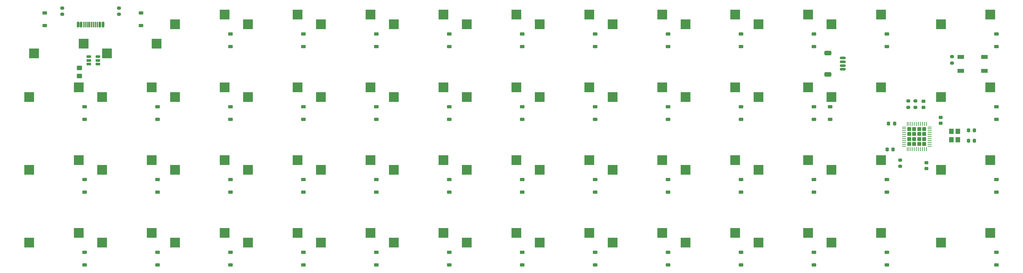
<source format=gbr>
%TF.GenerationSoftware,KiCad,Pcbnew,7.0.1-0*%
%TF.CreationDate,2023-04-12T11:52:18-05:00*%
%TF.ProjectId,pcb,7063622e-6b69-4636-9164-5f7063625858,rev?*%
%TF.SameCoordinates,Original*%
%TF.FileFunction,Paste,Bot*%
%TF.FilePolarity,Positive*%
%FSLAX46Y46*%
G04 Gerber Fmt 4.6, Leading zero omitted, Abs format (unit mm)*
G04 Created by KiCad (PCBNEW 7.0.1-0) date 2023-04-12 11:52:18*
%MOMM*%
%LPD*%
G01*
G04 APERTURE LIST*
G04 Aperture macros list*
%AMRoundRect*
0 Rectangle with rounded corners*
0 $1 Rounding radius*
0 $2 $3 $4 $5 $6 $7 $8 $9 X,Y pos of 4 corners*
0 Add a 4 corners polygon primitive as box body*
4,1,4,$2,$3,$4,$5,$6,$7,$8,$9,$2,$3,0*
0 Add four circle primitives for the rounded corners*
1,1,$1+$1,$2,$3*
1,1,$1+$1,$4,$5*
1,1,$1+$1,$6,$7*
1,1,$1+$1,$8,$9*
0 Add four rect primitives between the rounded corners*
20,1,$1+$1,$2,$3,$4,$5,0*
20,1,$1+$1,$4,$5,$6,$7,0*
20,1,$1+$1,$6,$7,$8,$9,0*
20,1,$1+$1,$8,$9,$2,$3,0*%
G04 Aperture macros list end*
%ADD10R,2.550000X2.500000*%
%ADD11RoundRect,0.225000X0.375000X-0.225000X0.375000X0.225000X-0.375000X0.225000X-0.375000X-0.225000X0*%
%ADD12RoundRect,0.225000X0.250000X-0.225000X0.250000X0.225000X-0.250000X0.225000X-0.250000X-0.225000X0*%
%ADD13RoundRect,0.200000X0.275000X-0.200000X0.275000X0.200000X-0.275000X0.200000X-0.275000X-0.200000X0*%
%ADD14RoundRect,0.250000X0.450000X-0.325000X0.450000X0.325000X-0.450000X0.325000X-0.450000X-0.325000X0*%
%ADD15RoundRect,0.225000X-0.225000X-0.250000X0.225000X-0.250000X0.225000X0.250000X-0.225000X0.250000X0*%
%ADD16RoundRect,0.225000X0.225000X0.250000X-0.225000X0.250000X-0.225000X-0.250000X0.225000X-0.250000X0*%
%ADD17RoundRect,0.150000X-0.150000X-0.575000X0.150000X-0.575000X0.150000X0.575000X-0.150000X0.575000X0*%
%ADD18RoundRect,0.075000X-0.075000X-0.650000X0.075000X-0.650000X0.075000X0.650000X-0.075000X0.650000X0*%
%ADD19R,1.200000X1.400000*%
%ADD20RoundRect,0.200000X-0.275000X0.200000X-0.275000X-0.200000X0.275000X-0.200000X0.275000X0.200000X0*%
%ADD21RoundRect,0.225000X-0.250000X0.225000X-0.250000X-0.225000X0.250000X-0.225000X0.250000X0.225000X0*%
%ADD22RoundRect,0.250000X-0.275000X0.275000X-0.275000X-0.275000X0.275000X-0.275000X0.275000X0.275000X0*%
%ADD23RoundRect,0.062500X-0.062500X0.475000X-0.062500X-0.475000X0.062500X-0.475000X0.062500X0.475000X0*%
%ADD24RoundRect,0.062500X-0.475000X0.062500X-0.475000X-0.062500X0.475000X-0.062500X0.475000X0.062500X0*%
%ADD25RoundRect,0.150000X0.625000X-0.150000X0.625000X0.150000X-0.625000X0.150000X-0.625000X-0.150000X0*%
%ADD26RoundRect,0.250000X0.650000X-0.350000X0.650000X0.350000X-0.650000X0.350000X-0.650000X-0.350000X0*%
%ADD27RoundRect,0.150000X0.475000X0.150000X-0.475000X0.150000X-0.475000X-0.150000X0.475000X-0.150000X0*%
%ADD28R,1.800000X1.100000*%
G04 APERTURE END LIST*
D10*
%TO.C,MX42*%
X65543186Y-84375698D03*
X78470186Y-81835698D03*
%TD*%
%TO.C,MX9*%
X179843282Y-27225650D03*
X192770282Y-24685650D03*
%TD*%
%TO.C,MX3*%
X65543186Y-27225650D03*
X78470186Y-24685650D03*
%TD*%
%TO.C,MX41*%
X46493170Y-84375698D03*
X59420170Y-81835698D03*
%TD*%
%TO.C,MX25*%
X236993330Y-46275666D03*
X249920330Y-43735666D03*
%TD*%
%TO.C,MX22*%
X179843282Y-46275666D03*
X192770282Y-43735666D03*
%TD*%
%TO.C,MX49*%
X198893298Y-84375698D03*
X211820298Y-81835698D03*
%TD*%
%TO.C,MX10*%
X198893298Y-27225650D03*
X211820298Y-24685650D03*
%TD*%
%TO.C,MX19*%
X122693234Y-46275666D03*
X135620234Y-43735666D03*
%TD*%
%TO.C,MX21*%
X160793266Y-46275666D03*
X173720266Y-43735666D03*
%TD*%
%TO.C,MX16*%
X65543186Y-46275666D03*
X78470186Y-43735666D03*
%TD*%
%TO.C,MX32*%
X122693234Y-65325682D03*
X135620234Y-62785682D03*
%TD*%
%TO.C,MX8*%
X160793266Y-27225650D03*
X173720266Y-24685650D03*
%TD*%
%TO.C,MX33*%
X141743250Y-65325682D03*
X154670250Y-62785682D03*
%TD*%
%TO.C,MX37*%
X217943314Y-65325682D03*
X230870314Y-62785682D03*
%TD*%
%TO.C,MX34*%
X160793266Y-65325682D03*
X173720266Y-62785682D03*
%TD*%
%TO.C,MX28*%
X46493170Y-65325682D03*
X59420170Y-62785682D03*
%TD*%
%TO.C,MX47*%
X160793266Y-84375698D03*
X173720266Y-81835698D03*
%TD*%
%TO.C,MX45*%
X122693234Y-84375698D03*
X135620234Y-81835698D03*
%TD*%
%TO.C,MX4*%
X84593202Y-27225650D03*
X97520202Y-24685650D03*
%TD*%
%TO.C,MX29*%
X65543186Y-65325682D03*
X78470186Y-62785682D03*
%TD*%
%TO.C,MX7*%
X141743250Y-27225650D03*
X154670250Y-24685650D03*
%TD*%
%TO.C,MX18*%
X103643218Y-46275666D03*
X116570218Y-43735666D03*
%TD*%
%TO.C,MX39*%
X265568354Y-65325682D03*
X278495354Y-62785682D03*
%TD*%
%TO.C,MX24*%
X217943314Y-46275666D03*
X230870314Y-43735666D03*
%TD*%
%TO.C,MX43*%
X84593202Y-84375698D03*
X97520202Y-81835698D03*
%TD*%
%TO.C,MX13*%
X265568354Y-27225650D03*
X278495354Y-24685650D03*
%TD*%
%TO.C,MX6*%
X122693234Y-27225650D03*
X135620234Y-24685650D03*
%TD*%
%TO.C,MX36*%
X198893298Y-65325682D03*
X211820298Y-62785682D03*
%TD*%
%TO.C,MX30*%
X84593202Y-65325682D03*
X97520202Y-62785682D03*
%TD*%
%TO.C,MX35*%
X179843282Y-65325682D03*
X192770282Y-62785682D03*
%TD*%
%TO.C,MX15*%
X46493170Y-46275666D03*
X59420170Y-43735666D03*
%TD*%
%TO.C,MX48*%
X179843282Y-84375698D03*
X192770282Y-81835698D03*
%TD*%
%TO.C,MX31*%
X103643218Y-65325682D03*
X116570218Y-62785682D03*
%TD*%
%TO.C,MX17*%
X84593202Y-46275666D03*
X97520202Y-43735666D03*
%TD*%
%TO.C,MX51*%
X236993330Y-84375698D03*
X249920330Y-81835698D03*
%TD*%
%TO.C,MX44*%
X103643218Y-84375698D03*
X116570218Y-81835698D03*
%TD*%
%TO.C,MX27*%
X27443154Y-65325682D03*
X40370154Y-62785682D03*
%TD*%
%TO.C,MX40*%
X27443154Y-84375698D03*
X40370154Y-81835698D03*
%TD*%
%TO.C,MX12*%
X236993330Y-27225650D03*
X249920330Y-24685650D03*
%TD*%
%TO.C,MX11*%
X217943314Y-27225650D03*
X230870314Y-24685650D03*
%TD*%
%TO.C,MX23*%
X198893298Y-46275666D03*
X211820298Y-43735666D03*
%TD*%
%TO.C,MX52*%
X265568354Y-84375698D03*
X278495354Y-81835698D03*
%TD*%
%TO.C,MX2*%
X60663170Y-32305650D03*
X47736170Y-34845650D03*
%TD*%
%TO.C,MX50*%
X217943314Y-84375698D03*
X230870314Y-81835698D03*
%TD*%
%TO.C,MX20*%
X141743250Y-46275666D03*
X154670250Y-43735666D03*
%TD*%
%TO.C,MX26*%
X265568354Y-46275666D03*
X278495354Y-43735666D03*
%TD*%
%TO.C,MX1*%
X41613154Y-32305650D03*
X28686154Y-34845650D03*
%TD*%
%TO.C,MX38*%
X236993330Y-65325682D03*
X249920330Y-62785682D03*
%TD*%
%TO.C,MX5*%
X103643218Y-27225650D03*
X116570218Y-24685650D03*
%TD*%
%TO.C,MX46*%
X141743250Y-84375698D03*
X154670250Y-81835698D03*
%TD*%
%TO.C,MX14*%
X27443154Y-46275666D03*
X40370154Y-43735666D03*
%TD*%
D11*
%TO.C,D7*%
X156225000Y-33075000D03*
X156225000Y-29775000D03*
%TD*%
D12*
%TO.C,C4*%
X265475000Y-53150000D03*
X265475000Y-51600000D03*
%TD*%
D13*
%TO.C,RSW1*%
X268450000Y-37375000D03*
X268450000Y-35725000D03*
%TD*%
D11*
%TO.C,D8*%
X175275000Y-33075000D03*
X175275000Y-29775000D03*
%TD*%
%TO.C,D14*%
X41925000Y-52125000D03*
X41925000Y-48825000D03*
%TD*%
%TO.C,D35*%
X194325000Y-71200000D03*
X194325000Y-67900000D03*
%TD*%
%TO.C,D11*%
X232425000Y-33075000D03*
X232425000Y-29775000D03*
%TD*%
D14*
%TO.C,F1*%
X40550000Y-40750000D03*
X40550000Y-38700000D03*
%TD*%
D11*
%TO.C,D39*%
X280050000Y-71200000D03*
X280050000Y-67900000D03*
%TD*%
%TO.C,D46*%
X156225000Y-90200000D03*
X156225000Y-86900000D03*
%TD*%
%TO.C,D40*%
X41925000Y-90200000D03*
X41925000Y-86900000D03*
%TD*%
D15*
%TO.C,CX1*%
X272750000Y-55000000D03*
X274300000Y-55000000D03*
%TD*%
D16*
%TO.C,C1*%
X253450000Y-53250000D03*
X251900000Y-53250000D03*
%TD*%
D17*
%TO.C,J1*%
X40207849Y-27339085D03*
X41007849Y-27339085D03*
D18*
X42207849Y-27339085D03*
X43203849Y-27339085D03*
X43707849Y-27339085D03*
X44707849Y-27339085D03*
D17*
X46707849Y-27339085D03*
X45907849Y-27339085D03*
D18*
X45207849Y-27339085D03*
X44207849Y-27339085D03*
X42707849Y-27339085D03*
X41707849Y-27339085D03*
%TD*%
D11*
%TO.C,D4*%
X99075000Y-33075000D03*
X99075000Y-29775000D03*
%TD*%
D19*
%TO.C,Y1*%
X269975000Y-55275000D03*
X269975000Y-57475000D03*
X268275000Y-57475000D03*
X268275000Y-55275000D03*
%TD*%
D16*
%TO.C,C2*%
X253075000Y-59975000D03*
X251525000Y-59975000D03*
%TD*%
D11*
%TO.C,D29*%
X80025000Y-71200000D03*
X80025000Y-67900000D03*
%TD*%
%TO.C,D24*%
X232425000Y-52125000D03*
X232425000Y-48825000D03*
%TD*%
%TO.C,D31*%
X118125000Y-71200000D03*
X118125000Y-67900000D03*
%TD*%
%TO.C,D45*%
X137175000Y-90200000D03*
X137175000Y-86900000D03*
%TD*%
%TO.C,D16*%
X80025000Y-52125000D03*
X80025000Y-48825000D03*
%TD*%
%TO.C,D41*%
X60975000Y-90200000D03*
X60975000Y-86900000D03*
%TD*%
%TO.C,D13*%
X280050000Y-33075000D03*
X280050000Y-29775000D03*
%TD*%
%TO.C,D49*%
X213375000Y-90200000D03*
X213375000Y-86900000D03*
%TD*%
D20*
%TO.C,R3*%
X258925000Y-47325000D03*
X258925000Y-48975000D03*
%TD*%
D11*
%TO.C,D51*%
X251475000Y-90200000D03*
X251475000Y-86900000D03*
%TD*%
%TO.C,D50*%
X232425000Y-90200000D03*
X232425000Y-86900000D03*
%TD*%
D12*
%TO.C,C5*%
X261025000Y-48975000D03*
X261025000Y-47425000D03*
%TD*%
D11*
%TO.C,D52*%
X280050000Y-90200000D03*
X280050000Y-86900000D03*
%TD*%
D13*
%TO.C,R2*%
X257000000Y-48975000D03*
X257000000Y-47325000D03*
%TD*%
D11*
%TO.C,D37*%
X232425000Y-71200000D03*
X232425000Y-67900000D03*
%TD*%
%TO.C,D3*%
X80025000Y-33075000D03*
X80025000Y-29775000D03*
%TD*%
D21*
%TO.C,C3*%
X261825000Y-63475000D03*
X261825000Y-65025000D03*
%TD*%
D11*
%TO.C,D18*%
X118125000Y-52125000D03*
X118125000Y-48825000D03*
%TD*%
%TO.C,D28*%
X60975000Y-71200000D03*
X60975000Y-67900000D03*
%TD*%
D22*
%TO.C,U1*%
X261200000Y-54675000D03*
X259900000Y-54675000D03*
X258600000Y-54675000D03*
X257300000Y-54675000D03*
X261200000Y-55975000D03*
X259900000Y-55975000D03*
X258600000Y-55975000D03*
X257300000Y-55975000D03*
X261200000Y-57275000D03*
X259900000Y-57275000D03*
X258600000Y-57275000D03*
X257300000Y-57275000D03*
X261200000Y-58575000D03*
X259900000Y-58575000D03*
X258600000Y-58575000D03*
X257300000Y-58575000D03*
D23*
X256750000Y-53287500D03*
X257250000Y-53287500D03*
X257750000Y-53287500D03*
X258250000Y-53287500D03*
X258750000Y-53287500D03*
X259250000Y-53287500D03*
X259750000Y-53287500D03*
X260250000Y-53287500D03*
X260750000Y-53287500D03*
X261250000Y-53287500D03*
X261750000Y-53287500D03*
D24*
X262587500Y-54125000D03*
X262587500Y-54625000D03*
X262587500Y-55125000D03*
X262587500Y-55625000D03*
X262587500Y-56125000D03*
X262587500Y-56625000D03*
X262587500Y-57125000D03*
X262587500Y-57625000D03*
X262587500Y-58125000D03*
X262587500Y-58625000D03*
X262587500Y-59125000D03*
D23*
X261750000Y-59962500D03*
X261250000Y-59962500D03*
X260750000Y-59962500D03*
X260250000Y-59962500D03*
X259750000Y-59962500D03*
X259250000Y-59962500D03*
X258750000Y-59962500D03*
X258250000Y-59962500D03*
X257750000Y-59962500D03*
X257250000Y-59962500D03*
X256750000Y-59962500D03*
D24*
X255912500Y-59125000D03*
X255912500Y-58625000D03*
X255912500Y-58125000D03*
X255912500Y-57625000D03*
X255912500Y-57125000D03*
X255912500Y-56625000D03*
X255912500Y-56125000D03*
X255912500Y-55625000D03*
X255912500Y-55125000D03*
X255912500Y-54625000D03*
X255912500Y-54125000D03*
%TD*%
D11*
%TO.C,D32*%
X137175000Y-71200000D03*
X137175000Y-67900000D03*
%TD*%
D20*
%TO.C,RCC2*%
X50850000Y-23000000D03*
X50850000Y-24650000D03*
%TD*%
D11*
%TO.C,D5*%
X118125000Y-33075000D03*
X118125000Y-29775000D03*
%TD*%
%TO.C,D27*%
X41925000Y-71200000D03*
X41925000Y-67900000D03*
%TD*%
%TO.C,D48*%
X194325000Y-90200000D03*
X194325000Y-86900000D03*
%TD*%
%TO.C,D34*%
X175275000Y-71200000D03*
X175275000Y-67900000D03*
%TD*%
%TO.C,D20*%
X156225000Y-52125000D03*
X156225000Y-48825000D03*
%TD*%
D25*
%TO.C,J3*%
X239900000Y-39050000D03*
X239900000Y-38050000D03*
X239900000Y-37050000D03*
X239900000Y-36050000D03*
D26*
X236025000Y-40350000D03*
X236025000Y-34750000D03*
%TD*%
D11*
%TO.C,D19*%
X137175000Y-52125000D03*
X137175000Y-48825000D03*
%TD*%
D13*
%TO.C,R1*%
X254950000Y-64425000D03*
X254950000Y-62775000D03*
%TD*%
D11*
%TO.C,D6*%
X137175000Y-33075000D03*
X137175000Y-29775000D03*
%TD*%
%TO.C,D12*%
X251475000Y-33075000D03*
X251475000Y-29775000D03*
%TD*%
%TO.C,D30*%
X99075000Y-71200000D03*
X99075000Y-67900000D03*
%TD*%
%TO.C,D2*%
X56675000Y-27600000D03*
X56675000Y-24300000D03*
%TD*%
D15*
%TO.C,CX2*%
X272750000Y-57700000D03*
X274300000Y-57700000D03*
%TD*%
D11*
%TO.C,D33*%
X156225000Y-71200000D03*
X156225000Y-67900000D03*
%TD*%
%TO.C,D22*%
X194325000Y-52125000D03*
X194325000Y-48825000D03*
%TD*%
D20*
%TO.C,RCC1*%
X36100000Y-23000000D03*
X36100000Y-24650000D03*
%TD*%
D11*
%TO.C,D36*%
X213375000Y-71200000D03*
X213375000Y-67900000D03*
%TD*%
%TO.C,D43*%
X99075000Y-90200000D03*
X99075000Y-86900000D03*
%TD*%
%TO.C,D47*%
X175275000Y-90200000D03*
X175275000Y-86900000D03*
%TD*%
%TO.C,D9*%
X194325000Y-33075000D03*
X194325000Y-29775000D03*
%TD*%
%TO.C,D1*%
X31450000Y-27600000D03*
X31450000Y-24300000D03*
%TD*%
D27*
%TO.C,U4*%
X45350000Y-35750000D03*
X45350000Y-36700000D03*
X45350000Y-37650000D03*
X43000000Y-37650000D03*
X43000000Y-36700000D03*
X43000000Y-35750000D03*
%TD*%
D11*
%TO.C,D21*%
X175275000Y-52125000D03*
X175275000Y-48825000D03*
%TD*%
%TO.C,D38*%
X251475000Y-71200000D03*
X251475000Y-67900000D03*
%TD*%
%TO.C,D15*%
X60975000Y-52125000D03*
X60975000Y-48825000D03*
%TD*%
D28*
%TO.C,SW1*%
X276950000Y-35775000D03*
X270750000Y-39475000D03*
X276950000Y-39475000D03*
X270750000Y-35775000D03*
%TD*%
D11*
%TO.C,D23*%
X213375000Y-52125000D03*
X213375000Y-48825000D03*
%TD*%
%TO.C,D25*%
X236675000Y-52125000D03*
X236675000Y-48825000D03*
%TD*%
%TO.C,D42*%
X80025000Y-90200000D03*
X80025000Y-86900000D03*
%TD*%
%TO.C,D26*%
X280050000Y-52125000D03*
X280050000Y-48825000D03*
%TD*%
%TO.C,D10*%
X213375000Y-33075000D03*
X213375000Y-29775000D03*
%TD*%
%TO.C,D44*%
X118125000Y-90200000D03*
X118125000Y-86900000D03*
%TD*%
%TO.C,D17*%
X99075000Y-52125000D03*
X99075000Y-48825000D03*
%TD*%
M02*

</source>
